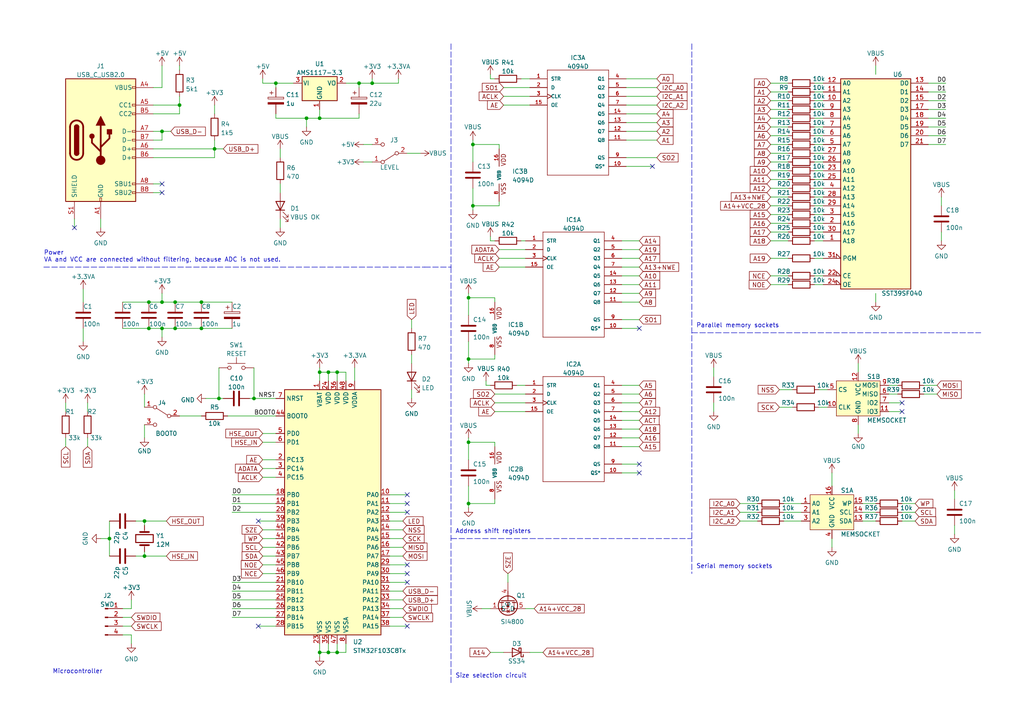
<source format=kicad_sch>
(kicad_sch (version 20211123) (generator eeschema)
  (paper "A4")
  (title_block (title "Memory dumper") (date "2022-10-15") (rev "0.1") (comment 1 "Made by HA5PLS"))
  (junction (at 135.89 128.27))
  (junction (at 73.66 115.57))
  (junction (at 58.42 87.63))
  (junction (at 80.01 24.13))
  (junction (at 92.71 107.95))
  (junction (at 107.95 24.13))
  (junction (at 41.91 151.13))
  (junction (at 137.16 59.69))
  (junction (at 50.8 87.63))
  (junction (at 95.25 107.95))
  (junction (at 135.89 146.05))
  (junction (at 137.16 41.91))
  (junction (at 46.99 38.1))
  (junction (at 46.99 95.25))
  (junction (at 58.42 95.25))
  (junction (at 95.25 189.23))
  (junction (at 92.71 189.23))
  (junction (at 46.99 87.63))
  (junction (at 43.18 95.25))
  (junction (at 63.5 115.57))
  (junction (at 135.89 86.36))
  (junction (at 43.18 87.63))
  (junction (at 97.79 189.23))
  (junction (at 92.71 34.29))
  (junction (at 135.89 104.14))
  (junction (at 50.8 95.25))
  (junction (at 97.79 107.95))
  (junction (at 62.23 43.18))
  (junction (at 88.9 34.29))
  (junction (at 31.75 156.21))
  (junction (at 104.14 24.13))
  (junction (at 52.07 30.48))
  (junction (at 41.91 161.29))
  (no_connect (at 21.59 66.04))
  (no_connect (at 46.99 55.88))
  (no_connect (at 46.99 53.34))
  (no_connect (at 185.42 134.62))
  (no_connect (at 261.62 116.84))
  (no_connect (at 261.62 119.38))
  (no_connect (at 185.42 95.25))
  (no_connect (at 185.42 137.16))
  (no_connect (at 189.23 48.26))
  (no_connect (at 74.93 181.61))
  (no_connect (at 74.93 151.13))
  (no_connect (at 118.11 168.91))
  (no_connect (at 118.11 181.61))
  (no_connect (at 118.11 163.83))
  (no_connect (at 118.11 166.37))
  (no_connect (at 118.11 143.51))
  (no_connect (at 118.11 146.05))
  (no_connect (at 118.11 148.59))
  (wire (pts (xy 66.04 120.65) (xy 80.01 120.65)))
  (wire (pts (xy 257.81 114.3) (xy 260.35 114.3)))
  (wire (pts (xy 223.52 29.21) (xy 228.6 29.21)))
  (wire (pts (xy 62.23 43.18) (xy 64.77 43.18)))
  (wire (pts (xy 142.24 69.85) (xy 143.51 69.85)))
  (wire (pts (xy 269.24 34.29) (xy 274.32 34.29)))
  (wire (pts (xy 223.52 74.93) (xy 228.6 74.93)))
  (wire (pts (xy 236.22 80.01) (xy 238.76 80.01)))
  (wire (pts (xy 223.52 41.91) (xy 228.6 41.91)))
  (wire (pts (xy 214.63 151.13) (xy 219.71 151.13)))
  (wire (pts (xy 41.91 151.13) (xy 48.26 151.13)))
  (wire (pts (xy 21.59 63.5) (xy 21.59 66.04)))
  (wire (pts (xy 223.52 59.69) (xy 228.6 59.69)))
  (wire (pts (xy 44.45 45.72) (xy 62.23 45.72)))
  (wire (pts (xy 44.45 25.4) (xy 46.99 25.4)))
  (wire (pts (xy 19.05 129.54) (xy 19.05 127)))
  (wire (pts (xy 31.75 156.21) (xy 29.21 156.21)))
  (wire (pts (xy 115.57 24.13) (xy 115.57 22.86)))
  (wire (pts (xy 67.31 176.53) (xy 80.01 176.53)))
  (wire (pts (xy 261.62 151.13) (xy 265.43 151.13)))
  (wire (pts (xy 104.14 33.02) (xy 104.14 34.29)))
  (wire (pts (xy 113.03 153.67) (xy 116.84 153.67)))
  (wire (pts (xy 63.5 115.57) (xy 64.77 115.57)))
  (wire (pts (xy 180.34 137.16) (xy 185.42 137.16)))
  (wire (pts (xy 50.8 95.25) (xy 58.42 95.25)))
  (wire (pts (xy 41.91 160.02) (xy 41.91 161.29)))
  (wire (pts (xy 273.05 57.15) (xy 273.05 59.69)))
  (wire (pts (xy 67.31 171.45) (xy 80.01 171.45)))
  (wire (pts (xy 92.71 186.69) (xy 92.71 189.23)))
  (wire (pts (xy 119.38 92.71) (xy 119.38 95.25)))
  (wire (pts (xy 113.03 156.21) (xy 116.84 156.21)))
  (wire (pts (xy 95.25 189.23) (xy 97.79 189.23)))
  (wire (pts (xy 180.34 111.76) (xy 185.42 111.76)))
  (wire (pts (xy 76.2 156.21) (xy 80.01 156.21)))
  (wire (pts (xy 236.22 59.69) (xy 238.76 59.69)))
  (wire (pts (xy 100.33 107.95) (xy 100.33 110.49)))
  (wire (pts (xy 181.61 38.1) (xy 190.5 38.1)))
  (wire (pts (xy 140.97 111.76) (xy 142.24 111.76)))
  (wire (pts (xy 76.2 24.13) (xy 80.01 24.13)))
  (wire (pts (xy 223.52 44.45) (xy 228.6 44.45)))
  (wire (pts (xy 250.19 151.13) (xy 254 151.13)))
  (wire (pts (xy 135.89 86.36) (xy 135.89 91.44)))
  (wire (pts (xy 25.4 129.54) (xy 25.4 127)))
  (wire (pts (xy 241.3 137.16) (xy 241.3 140.97)))
  (wire (pts (xy 62.23 43.18) (xy 62.23 45.72)))
  (wire (pts (xy 105.41 46.99) (xy 107.95 46.99)))
  (wire (pts (xy 254 19.05) (xy 254 21.59)))
  (wire (pts (xy 146.05 30.48) (xy 153.67 30.48)))
  (wire (pts (xy 113.03 146.05) (xy 118.11 146.05)))
  (wire (pts (xy 137.16 40.64) (xy 137.16 41.91)))
  (wire (pts (xy 236.22 74.93) (xy 238.76 74.93)))
  (wire (pts (xy 146.05 27.94) (xy 153.67 27.94)))
  (wire (pts (xy 135.89 104.14) (xy 135.89 105.41)))
  (wire (pts (xy 92.71 106.68) (xy 92.71 107.95)))
  (polyline (pts (xy 12.7 77.47) (xy 123.19 77.47)))
  (wire (pts (xy 207.01 116.84) (xy 207.01 119.38)))
  (wire (pts (xy 236.22 44.45) (xy 238.76 44.45)))
  (wire (pts (xy 116.84 151.13) (xy 113.03 151.13)))
  (wire (pts (xy 181.61 25.4) (xy 190.5 25.4)))
  (wire (pts (xy 41.91 123.19) (xy 41.91 127)))
  (wire (pts (xy 180.34 129.54) (xy 185.42 129.54)))
  (wire (pts (xy 144.78 72.39) (xy 152.4 72.39)))
  (wire (pts (xy 80.01 33.02) (xy 80.01 34.29)))
  (wire (pts (xy 25.4 119.38) (xy 25.4 116.84)))
  (wire (pts (xy 207.01 106.68) (xy 207.01 109.22)))
  (wire (pts (xy 119.38 113.03) (xy 119.38 115.57)))
  (wire (pts (xy 41.91 114.3) (xy 41.91 118.11)))
  (wire (pts (xy 74.93 151.13) (xy 80.01 151.13)))
  (wire (pts (xy 236.22 57.15) (xy 238.76 57.15)))
  (wire (pts (xy 44.45 38.1) (xy 46.99 38.1)))
  (wire (pts (xy 214.63 148.59) (xy 219.71 148.59)))
  (polyline (pts (xy 200.66 12.7) (xy 200.66 166.37)))
  (wire (pts (xy 248.92 123.19) (xy 248.92 125.73)))
  (wire (pts (xy 31.75 151.13) (xy 31.75 156.21)))
  (wire (pts (xy 76.2 158.75) (xy 80.01 158.75)))
  (wire (pts (xy 254 85.09) (xy 254 87.63)))
  (wire (pts (xy 38.1 184.15) (xy 38.1 186.69)))
  (wire (pts (xy 181.61 40.64) (xy 190.5 40.64)))
  (wire (pts (xy 237.49 113.03) (xy 240.03 113.03)))
  (wire (pts (xy 81.28 43.18) (xy 81.28 45.72)))
  (wire (pts (xy 76.2 166.37) (xy 80.01 166.37)))
  (wire (pts (xy 35.56 184.15) (xy 38.1 184.15)))
  (wire (pts (xy 50.8 87.63) (xy 58.42 87.63)))
  (wire (pts (xy 24.13 83.82) (xy 24.13 87.63)))
  (wire (pts (xy 267.97 111.76) (xy 271.78 111.76)))
  (wire (pts (xy 181.61 27.94) (xy 190.5 27.94)))
  (wire (pts (xy 143.51 128.27) (xy 135.89 128.27)))
  (wire (pts (xy 143.51 129.54) (xy 143.51 128.27)))
  (wire (pts (xy 144.78 41.91) (xy 137.16 41.91)))
  (wire (pts (xy 180.34 69.85) (xy 185.42 69.85)))
  (wire (pts (xy 85.09 24.13) (xy 80.01 24.13)))
  (wire (pts (xy 214.63 146.05) (xy 219.71 146.05)))
  (wire (pts (xy 226.06 118.11) (xy 229.87 118.11)))
  (wire (pts (xy 135.89 128.27) (xy 135.89 133.35)))
  (wire (pts (xy 237.49 118.11) (xy 240.03 118.11)))
  (wire (pts (xy 223.52 46.99) (xy 228.6 46.99)))
  (wire (pts (xy 46.99 95.25) (xy 46.99 97.79)))
  (wire (pts (xy 58.42 87.63) (xy 67.31 87.63)))
  (wire (pts (xy 102.87 106.68) (xy 102.87 110.49)))
  (wire (pts (xy 76.2 161.29) (xy 80.01 161.29)))
  (wire (pts (xy 104.14 24.13) (xy 107.95 24.13)))
  (wire (pts (xy 181.61 45.72) (xy 190.5 45.72)))
  (wire (pts (xy 67.31 148.59) (xy 80.01 148.59)))
  (wire (pts (xy 35.56 179.07) (xy 38.1 179.07)))
  (wire (pts (xy 223.52 62.23) (xy 228.6 62.23)))
  (wire (pts (xy 269.24 41.91) (xy 274.32 41.91)))
  (wire (pts (xy 248.92 105.41) (xy 248.92 107.95)))
  (wire (pts (xy 119.38 102.87) (xy 119.38 105.41)))
  (wire (pts (xy 35.56 95.25) (xy 43.18 95.25)))
  (wire (pts (xy 223.52 80.01) (xy 228.6 80.01)))
  (wire (pts (xy 95.25 107.95) (xy 95.25 110.49)))
  (wire (pts (xy 95.25 186.69) (xy 95.25 189.23)))
  (wire (pts (xy 52.07 19.05) (xy 52.07 20.32)))
  (wire (pts (xy 152.4 176.53) (xy 154.94 176.53)))
  (wire (pts (xy 144.78 77.47) (xy 152.4 77.47)))
  (wire (pts (xy 74.93 181.61) (xy 80.01 181.61)))
  (wire (pts (xy 223.52 34.29) (xy 228.6 34.29)))
  (wire (pts (xy 236.22 69.85) (xy 238.76 69.85)))
  (wire (pts (xy 113.03 173.99) (xy 116.84 173.99)))
  (wire (pts (xy 180.34 124.46) (xy 185.42 124.46)))
  (wire (pts (xy 180.34 72.39) (xy 185.42 72.39)))
  (wire (pts (xy 88.9 34.29) (xy 92.71 34.29)))
  (wire (pts (xy 143.51 87.63) (xy 143.51 86.36)))
  (wire (pts (xy 267.97 114.3) (xy 271.78 114.3)))
  (wire (pts (xy 113.03 143.51) (xy 118.11 143.51)))
  (wire (pts (xy 46.99 87.63) (xy 50.8 87.63)))
  (wire (pts (xy 180.34 119.38) (xy 185.42 119.38)))
  (wire (pts (xy 49.53 38.1) (xy 46.99 38.1)))
  (wire (pts (xy 223.52 24.13) (xy 228.6 24.13)))
  (wire (pts (xy 180.34 77.47) (xy 185.42 77.47)))
  (wire (pts (xy 261.62 148.59) (xy 265.43 148.59)))
  (wire (pts (xy 76.2 128.27) (xy 80.01 128.27)))
  (wire (pts (xy 100.33 186.69) (xy 100.33 189.23)))
  (wire (pts (xy 43.18 95.25) (xy 46.99 95.25)))
  (wire (pts (xy 107.95 24.13) (xy 115.57 24.13)))
  (wire (pts (xy 180.34 80.01) (xy 185.42 80.01)))
  (wire (pts (xy 92.71 190.5) (xy 92.71 189.23)))
  (wire (pts (xy 67.31 143.51) (xy 80.01 143.51)))
  (wire (pts (xy 236.22 62.23) (xy 238.76 62.23)))
  (wire (pts (xy 113.03 168.91) (xy 118.11 168.91)))
  (wire (pts (xy 223.52 31.75) (xy 228.6 31.75)))
  (wire (pts (xy 31.75 156.21) (xy 31.75 161.29)))
  (wire (pts (xy 73.66 115.57) (xy 80.01 115.57)))
  (wire (pts (xy 76.2 125.73) (xy 80.01 125.73)))
  (wire (pts (xy 269.24 26.67) (xy 274.32 26.67)))
  (wire (pts (xy 180.34 82.55) (xy 185.42 82.55)))
  (wire (pts (xy 143.51 86.36) (xy 135.89 86.36)))
  (wire (pts (xy 97.79 186.69) (xy 97.79 189.23)))
  (wire (pts (xy 180.34 121.92) (xy 185.42 121.92)))
  (wire (pts (xy 92.71 31.75) (xy 92.71 34.29)))
  (wire (pts (xy 149.86 111.76) (xy 152.4 111.76)))
  (wire (pts (xy 147.32 166.37) (xy 147.32 168.91)))
  (wire (pts (xy 135.89 85.09) (xy 135.89 86.36)))
  (wire (pts (xy 181.61 22.86) (xy 190.5 22.86)))
  (wire (pts (xy 29.21 63.5) (xy 29.21 66.04)))
  (wire (pts (xy 146.05 25.4) (xy 153.67 25.4)))
  (wire (pts (xy 63.5 106.68) (xy 63.5 115.57)))
  (wire (pts (xy 35.56 87.63) (xy 43.18 87.63)))
  (wire (pts (xy 58.42 95.25) (xy 67.31 95.25)))
  (wire (pts (xy 67.31 179.07) (xy 80.01 179.07)))
  (wire (pts (xy 223.52 69.85) (xy 228.6 69.85)))
  (wire (pts (xy 181.61 35.56) (xy 190.5 35.56)))
  (wire (pts (xy 100.33 189.23) (xy 97.79 189.23)))
  (wire (pts (xy 236.22 26.67) (xy 238.76 26.67)))
  (wire (pts (xy 137.16 41.91) (xy 137.16 46.99)))
  (polyline (pts (xy 200.66 96.52) (xy 284.48 96.52)))
  (wire (pts (xy 236.22 29.21) (xy 238.76 29.21)))
  (wire (pts (xy 81.28 63.5) (xy 81.28 66.04)))
  (wire (pts (xy 46.99 95.25) (xy 50.8 95.25)))
  (wire (pts (xy 44.45 55.88) (xy 46.99 55.88)))
  (wire (pts (xy 144.78 43.18) (xy 144.78 41.91)))
  (wire (pts (xy 273.05 67.31) (xy 273.05 69.85)))
  (wire (pts (xy 137.16 59.69) (xy 137.16 60.96)))
  (wire (pts (xy 67.31 168.91) (xy 80.01 168.91)))
  (wire (pts (xy 181.61 48.26) (xy 189.23 48.26)))
  (wire (pts (xy 180.34 114.3) (xy 185.42 114.3)))
  (wire (pts (xy 80.01 133.35) (xy 76.2 133.35)))
  (wire (pts (xy 107.95 22.86) (xy 107.95 24.13)))
  (wire (pts (xy 236.22 64.77) (xy 238.76 64.77)))
  (wire (pts (xy 181.61 33.02) (xy 190.5 33.02)))
  (wire (pts (xy 223.52 57.15) (xy 228.6 57.15)))
  (wire (pts (xy 236.22 34.29) (xy 238.76 34.29)))
  (wire (pts (xy 72.39 115.57) (xy 73.66 115.57)))
  (wire (pts (xy 97.79 107.95) (xy 97.79 110.49)))
  (wire (pts (xy 151.13 22.86) (xy 153.67 22.86)))
  (wire (pts (xy 153.67 189.23) (xy 157.48 189.23)))
  (wire (pts (xy 80.01 34.29) (xy 88.9 34.29)))
  (wire (pts (xy 44.45 53.34) (xy 46.99 53.34)))
  (wire (pts (xy 269.24 39.37) (xy 274.32 39.37)))
  (wire (pts (xy 223.52 26.67) (xy 228.6 26.67)))
  (wire (pts (xy 223.52 82.55) (xy 228.6 82.55)))
  (wire (pts (xy 236.22 52.07) (xy 238.76 52.07)))
  (wire (pts (xy 180.34 116.84) (xy 185.42 116.84)))
  (wire (pts (xy 236.22 24.13) (xy 238.76 24.13)))
  (wire (pts (xy 113.03 176.53) (xy 116.84 176.53)))
  (polyline (pts (xy 123.19 77.47) (xy 130.81 77.47)))
  (wire (pts (xy 257.81 116.84) (xy 261.62 116.84)))
  (wire (pts (xy 113.03 166.37) (xy 118.11 166.37)))
  (wire (pts (xy 76.2 138.43) (xy 80.01 138.43)))
  (polyline (pts (xy 130.81 12.7) (xy 130.81 77.47)))
  (wire (pts (xy 180.34 85.09) (xy 185.42 85.09)))
  (wire (pts (xy 62.23 30.48) (xy 62.23 33.02)))
  (wire (pts (xy 142.24 189.23) (xy 146.05 189.23)))
  (wire (pts (xy 143.51 119.38) (xy 152.4 119.38)))
  (wire (pts (xy 269.24 31.75) (xy 274.32 31.75)))
  (wire (pts (xy 223.52 52.07) (xy 228.6 52.07)))
  (wire (pts (xy 151.13 69.85) (xy 152.4 69.85)))
  (wire (pts (xy 180.34 95.25) (xy 185.42 95.25)))
  (wire (pts (xy 113.03 181.61) (xy 118.11 181.61)))
  (wire (pts (xy 59.69 115.57) (xy 63.5 115.57)))
  (wire (pts (xy 39.37 151.13) (xy 41.91 151.13)))
  (polyline (pts (xy 130.81 156.21) (xy 200.66 156.21)))
  (wire (pts (xy 92.71 34.29) (xy 104.14 34.29)))
  (wire (pts (xy 250.19 146.05) (xy 254 146.05)))
  (wire (pts (xy 143.51 144.78) (xy 143.51 146.05)))
  (wire (pts (xy 143.51 114.3) (xy 152.4 114.3)))
  (wire (pts (xy 257.81 119.38) (xy 261.62 119.38)))
  (wire (pts (xy 144.78 58.42) (xy 144.78 59.69)))
  (wire (pts (xy 236.22 36.83) (xy 238.76 36.83)))
  (wire (pts (xy 236.22 31.75) (xy 238.76 31.75)))
  (wire (pts (xy 19.05 119.38) (xy 19.05 116.84)))
  (wire (pts (xy 46.99 19.05) (xy 46.99 25.4)))
  (wire (pts (xy 241.3 156.21) (xy 241.3 158.75)))
  (wire (pts (xy 236.22 67.31) (xy 238.76 67.31)))
  (wire (pts (xy 24.13 95.25) (xy 24.13 99.06)))
  (wire (pts (xy 76.2 153.67) (xy 80.01 153.67)))
  (wire (pts (xy 261.62 146.05) (xy 265.43 146.05)))
  (wire (pts (xy 223.52 49.53) (xy 228.6 49.53)))
  (wire (pts (xy 43.18 87.63) (xy 46.99 87.63)))
  (wire (pts (xy 250.19 148.59) (xy 254 148.59)))
  (wire (pts (xy 143.51 102.87) (xy 143.51 104.14)))
  (wire (pts (xy 113.03 179.07) (xy 116.84 179.07)))
  (wire (pts (xy 135.89 99.06) (xy 135.89 104.14)))
  (wire (pts (xy 113.03 158.75) (xy 116.84 158.75)))
  (wire (pts (xy 142.24 68.58) (xy 142.24 69.85)))
  (wire (pts (xy 80.01 135.89) (xy 76.2 135.89)))
  (wire (pts (xy 52.07 33.02) (xy 52.07 30.48)))
  (wire (pts (xy 67.31 173.99) (xy 80.01 173.99)))
  (wire (pts (xy 142.24 22.86) (xy 143.51 22.86)))
  (wire (pts (xy 227.33 151.13) (xy 232.41 151.13)))
  (wire (pts (xy 41.91 161.29) (xy 39.37 161.29)))
  (wire (pts (xy 41.91 151.13) (xy 41.91 152.4)))
  (wire (pts (xy 236.22 54.61) (xy 238.76 54.61)))
  (wire (pts (xy 76.2 163.83) (xy 80.01 163.83)))
  (wire (pts (xy 67.31 146.05) (xy 80.01 146.05)))
  (wire (pts (xy 135.89 140.97) (xy 135.89 146.05)))
  (wire (pts (xy 113.03 161.29) (xy 116.84 161.29)))
  (wire (pts (xy 143.51 146.05) (xy 135.89 146.05)))
  (wire (pts (xy 95.25 107.95) (xy 97.79 107.95)))
  (wire (pts (xy 76.2 22.86) (xy 76.2 24.13)))
  (wire (pts (xy 181.61 30.48) (xy 190.5 30.48)))
  (wire (pts (xy 139.7 176.53) (xy 142.24 176.53)))
  (wire (pts (xy 236.22 82.55) (xy 238.76 82.55)))
  (wire (pts (xy 135.89 146.05) (xy 135.89 147.32)))
  (wire (pts (xy 180.34 87.63) (xy 185.42 87.63)))
  (wire (pts (xy 38.1 176.53) (xy 38.1 173.99)))
  (polyline (pts (xy 130.81 77.47) (xy 130.81 198.12)))
  (wire (pts (xy 140.97 110.49) (xy 140.97 111.76)))
  (wire (pts (xy 81.28 53.34) (xy 81.28 55.88)))
  (wire (pts (xy 113.03 171.45) (xy 116.84 171.45)))
  (wire (pts (xy 113.03 163.83) (xy 118.11 163.83)))
  (wire (pts (xy 52.07 27.94) (xy 52.07 30.48)))
  (wire (pts (xy 137.16 54.61) (xy 137.16 59.69)))
  (wire (pts (xy 46.99 38.1) (xy 46.99 40.64)))
  (wire (pts (xy 276.86 152.4) (xy 276.86 154.94)))
  (wire (pts (xy 269.24 36.83) (xy 274.32 36.83)))
  (wire (pts (xy 223.52 64.77) (xy 228.6 64.77)))
  (wire (pts (xy 62.23 40.64) (xy 62.23 43.18)))
  (wire (pts (xy 223.52 39.37) (xy 228.6 39.37)))
  (wire (pts (xy 236.22 49.53) (xy 238.76 49.53)))
  (wire (pts (xy 236.22 46.99) (xy 238.76 46.99)))
  (wire (pts (xy 41.91 161.29) (xy 48.26 161.29)))
  (wire (pts (xy 46.99 85.09) (xy 46.99 87.63)))
  (wire (pts (xy 135.89 127) (xy 135.89 128.27)))
  (wire (pts (xy 44.45 43.18) (xy 62.23 43.18)))
  (wire (pts (xy 88.9 34.29) (xy 88.9 36.83)))
  (wire (pts (xy 257.81 111.76) (xy 260.35 111.76)))
  (wire (pts (xy 92.71 189.23) (xy 95.25 189.23)))
  (wire (pts (xy 52.07 120.65) (xy 58.42 120.65)))
  (wire (pts (xy 73.66 115.57) (xy 73.66 106.68)))
  (wire (pts (xy 144.78 74.93) (xy 152.4 74.93)))
  (wire (pts (xy 180.34 74.93) (xy 185.42 74.93)))
  (wire (pts (xy 104.14 24.13) (xy 104.14 25.4)))
  (wire (pts (xy 143.51 104.14) (xy 135.89 104.14)))
  (wire (pts (xy 223.52 36.83) (xy 228.6 36.83)))
  (wire (pts (xy 276.86 142.24) (xy 276.86 144.78)))
  (wire (pts (xy 35.56 181.61) (xy 38.1 181.61)))
  (wire (pts (xy 227.33 146.05) (xy 232.41 146.05)))
  (wire (pts (xy 44.45 40.64) (xy 46.99 40.64)))
  (wire (pts (xy 236.22 41.91) (xy 238.76 41.91)))
  (wire (pts (xy 44.45 33.02) (xy 52.07 33.02)))
  (wire (pts (xy 80.01 24.13) (xy 80.01 25.4)))
  (wire (pts (xy 142.24 21.59) (xy 142.24 22.86)))
  (wire (pts (xy 236.22 39.37) (xy 238.76 39.37)))
  (wire (pts (xy 100.33 24.13) (xy 104.14 24.13)))
  (wire (pts (xy 92.71 107.95) (xy 95.25 107.95)))
  (wire (pts (xy 143.51 116.84) (xy 152.4 116.84)))
  (wire (pts (xy 226.06 113.03) (xy 229.87 113.03)))
  (wire (pts (xy 137.16 59.69) (xy 144.78 59.69)))
  (wire (pts (xy 223.52 54.61) (xy 228.6 54.61)))
  (wire (pts (xy 180.34 134.62) (xy 185.42 134.62)))
  (wire (pts (xy 92.71 107.95) (xy 92.71 110.49)))
  (wire (pts (xy 97.79 107.95) (xy 100.33 107.95)))
  (wire (pts (xy 44.45 30.48) (xy 52.07 30.48)))
  (wire (pts (xy 269.24 29.21) (xy 274.32 29.21)))
  (wire (pts (xy 269.24 24.13) (xy 274.32 24.13)))
  (wire (pts (xy 113.03 148.59) (xy 118.11 148.59)))
  (wire (pts (xy 180.34 127) (xy 185.42 127)))
  (wire (pts (xy 227.33 148.59) (xy 232.41 148.59)))
  (wire (pts (xy 180.34 92.71) (xy 185.42 92.71)))
  (wire (pts (xy 105.41 41.91) (xy 107.95 41.91)))
  (wire (pts (xy 35.56 176.53) (xy 38.1 176.53)))
  (wire (pts (xy 223.52 67.31) (xy 228.6 67.31)))
  (wire (pts (xy 118.11 44.45) (xy 121.92 44.45)))
  (text "Address shift registers\n" (at 132.08 154.94 0) (effects (font (size 1.27 1.27)) (justify left bottom)))
  (text "Size selection circuit\n" (at 132.08 196.85 0) (effects (font (size 1.27 1.27)) (justify left bottom)))
  (text "Power\nVA and VCC are connected without filtering, because ADC is not used." (at 12.7 76.2 0) (effects (font (size 1.27 1.27)) (justify left bottom)))
  (text "Microcontroller" (at 15.24 195.58 0) (effects (font (size 1.27 1.27)) (justify left bottom)))
  (text "Serial memory sockets\n" (at 201.93 165.1 0) (effects (font (size 1.27 1.27)) (justify left bottom)))
  (text "Parallel memory sockets\n" (at 201.93 95.25 0) (effects (font (size 1.27 1.27)) (justify left bottom)))
  (label "D5" (at 271.78 36.83 0))
  (label "D4" (at 67.31 171.45 0))
  (label "D7" (at 271.78 41.91 0))
  (label "D2" (at 67.31 148.59 0))
  (label "D3" (at 67.31 168.91 0))
  (label "D0" (at 67.31 143.51 0))
  (label "D0" (at 271.78 24.13 0))
  (label "D6" (at 271.78 39.37 0))
  (label "BOOT0" (at 73.66 120.65 0))
  (label "D7" (at 67.31 179.07 0))
  (label "D6" (at 67.31 176.53 0))
  (label "D5" (at 67.31 173.99 0))
  (label "NRST" (at 74.93 115.57 0))
  (label "D2" (at 271.78 29.21 0))
  (label "D1" (at 271.78 26.67 0))
  (label "D4" (at 271.78 34.29 0))
  (label "D3" (at 271.78 31.75 0))
  (label "D1" (at 67.31 146.05 0))
  (global_label "HSE_OUT" (shape input) (at 48.26 151.13 0) (property "Intersheet References" "${INTERSHEET_REFS}" (effects hide)))
  (global_label "USB_D-" (shape input) (at 49.53 38.1 0) (property "Intersheet References" "${INTERSHEET_REFS}" (effects hide)))
  (global_label "SO2" (shape input) (at 190.5 45.72 0) (property "Intersheet References" "${INTERSHEET_REFS}" (effects hide)))
  (global_label "A0" (shape input) (at 223.52 24.13 180) (property "Intersheet References" "${INTERSHEET_REFS}" (effects hide)))
  (global_label "A16" (shape input) (at 223.52 64.77 180) (property "Intersheet References" "${INTERSHEET_REFS}" (effects hide)))
  (global_label "A6" (shape input) (at 223.52 39.37 180) (property "Intersheet References" "${INTERSHEET_REFS}" (effects hide)))
  (global_label "A15" (shape input) (at 185.42 129.54 0) (property "Intersheet References" "${INTERSHEET_REFS}" (effects hide)))
  (global_label "A18" (shape input) (at 223.52 69.85 180) (property "Intersheet References" "${INTERSHEET_REFS}" (effects hide)))
  (global_label "A1" (shape input) (at 190.5 40.64 0) (property "Intersheet References" "${INTERSHEET_REFS}" (effects hide)))
  (global_label "A3" (shape input) (at 223.52 31.75 180) (property "Intersheet References" "${INTERSHEET_REFS}" (effects hide)))
  (global_label "USB_D-" (shape input) (at 116.84 171.45 0) (property "Intersheet References" "${INTERSHEET_REFS}" (effects hide)))
  (global_label "MOSI" (shape input) (at 271.78 111.76 0) (property "Intersheet References" "${INTERSHEET_REFS}" (effects hide)))
  (global_label "SO2" (shape input) (at 143.51 114.3 180) (property "Intersheet References" "${INTERSHEET_REFS}" (effects hide)))
  (global_label "I2C_A0" (shape input) (at 214.63 146.05 180) (property "Intersheet References" "${INTERSHEET_REFS}" (effects hide)))
  (global_label "A10" (shape input) (at 223.52 49.53 180) (property "Intersheet References" "${INTERSHEET_REFS}" (effects hide)))
  (global_label "USB_D+" (shape input) (at 64.77 43.18 0) (property "Intersheet References" "${INTERSHEET_REFS}" (effects hide)))
  (global_label "HSE_IN" (shape input) (at 76.2 128.27 180) (property "Intersheet References" "${INTERSHEET_REFS}" (effects hide)))
  (global_label "A12" (shape input) (at 223.52 54.61 180) (property "Intersheet References" "${INTERSHEET_REFS}" (effects hide)))
  (global_label "AE" (shape input) (at 146.05 30.48 180) (property "Intersheet References" "${INTERSHEET_REFS}" (effects hide)))
  (global_label "ACLK" (shape input) (at 144.78 74.93 180) (property "Intersheet References" "${INTERSHEET_REFS}" (effects hide)))
  (global_label "A10" (shape input) (at 185.42 80.01 0) (property "Intersheet References" "${INTERSHEET_REFS}" (effects hide)))
  (global_label "A14+VCC_28" (shape input) (at 154.94 176.53 0) (property "Intersheet References" "${INTERSHEET_REFS}" (effects hide)))
  (global_label "SO1" (shape input) (at 185.42 92.71 0) (property "Intersheet References" "${INTERSHEET_REFS}" (effects hide)))
  (global_label "A14+VCC_28" (shape input) (at 157.48 189.23 0) (property "Intersheet References" "${INTERSHEET_REFS}" (effects hide)))
  (global_label "A13+NWE" (shape input) (at 185.42 77.47 0) (property "Intersheet References" "${INTERSHEET_REFS}" (effects hide)))
  (global_label "HSE_IN" (shape input) (at 48.26 161.29 0) (property "Intersheet References" "${INTERSHEET_REFS}" (effects hide)))
  (global_label "A7" (shape input) (at 223.52 41.91 180) (property "Intersheet References" "${INTERSHEET_REFS}" (effects hide)))
  (global_label "SCK" (shape input) (at 226.06 118.11 180) (property "Intersheet References" "${INTERSHEET_REFS}" (effects hide)))
  (global_label "SCL" (shape input) (at 265.43 148.59 0) (property "Intersheet References" "${INTERSHEET_REFS}" (effects hide)))
  (global_label "NCE" (shape input) (at 223.52 80.01 180) (property "Intersheet References" "${INTERSHEET_REFS}" (effects hide)))
  (global_label "SWCLK" (shape input) (at 116.84 179.07 0) (property "Intersheet References" "${INTERSHEET_REFS}" (effects hide)))
  (global_label "NOE" (shape input) (at 223.52 82.55 180) (property "Intersheet References" "${INTERSHEET_REFS}" (effects hide)))
  (global_label "I2C_A2" (shape input) (at 190.5 30.48 0) (property "Intersheet References" "${INTERSHEET_REFS}" (effects hide)))
  (global_label "ADATA" (shape input) (at 76.2 135.89 180) (property "Intersheet References" "${INTERSHEET_REFS}" (effects hide)))
  (global_label "A14+VCC_28" (shape input) (at 223.52 59.69 180) (property "Intersheet References" "${INTERSHEET_REFS}" (effects hide)))
  (global_label "A19" (shape input) (at 223.52 74.93 180) (property "Intersheet References" "${INTERSHEET_REFS}" (effects hide)))
  (global_label "LED" (shape input) (at 119.38 92.71 90) (property "Intersheet References" "${INTERSHEET_REFS}" (effects hide)))
  (global_label "ACLK" (shape input) (at 146.05 27.94 180) (property "Intersheet References" "${INTERSHEET_REFS}" (effects hide)))
  (global_label "NCE" (shape input) (at 76.2 166.37 180) (property "Intersheet References" "${INTERSHEET_REFS}" (effects hide)))
  (global_label "LED" (shape input) (at 116.84 151.13 0) (property "Intersheet References" "${INTERSHEET_REFS}" (effects hide)))
  (global_label "I2C_A0" (shape input) (at 190.5 25.4 0) (property "Intersheet References" "${INTERSHEET_REFS}" (effects hide)))
  (global_label "HSE_OUT" (shape input) (at 76.2 125.73 180) (property "Intersheet References" "${INTERSHEET_REFS}" (effects hide)))
  (global_label "A5" (shape input) (at 223.52 36.83 180) (property "Intersheet References" "${INTERSHEET_REFS}" (effects hide)))
  (global_label "USB_D+" (shape input) (at 116.84 173.99 0) (property "Intersheet References" "${INTERSHEET_REFS}" (effects hide)))
  (global_label "ADATA" (shape input) (at 144.78 72.39 180) (property "Intersheet References" "${INTERSHEET_REFS}" (effects hide)))
  (global_label "A14" (shape input) (at 142.24 189.23 180) (property "Intersheet References" "${INTERSHEET_REFS}" (effects hide)))
  (global_label "AE" (shape input) (at 144.78 77.47 180) (property "Intersheet References" "${INTERSHEET_REFS}" (effects hide)))
  (global_label "A17" (shape input) (at 223.52 67.31 180) (property "Intersheet References" "${INTERSHEET_REFS}" (effects hide)))
  (global_label "SCL" (shape input) (at 76.2 158.75 180) (property "Intersheet References" "${INTERSHEET_REFS}" (effects hide)))
  (global_label "I2C_A2" (shape input) (at 214.63 151.13 180) (property "Intersheet References" "${INTERSHEET_REFS}" (effects hide)))
  (global_label "ACLK" (shape input) (at 76.2 138.43 180) (property "Intersheet References" "${INTERSHEET_REFS}" (effects hide)))
  (global_label "A9" (shape input) (at 185.42 85.09 0) (property "Intersheet References" "${INTERSHEET_REFS}" (effects hide)))
  (global_label "A1" (shape input) (at 223.52 26.67 180) (property "Intersheet References" "${INTERSHEET_REFS}" (effects hide)))
  (global_label "SWDIO" (shape input) (at 38.1 179.07 0) (property "Intersheet References" "${INTERSHEET_REFS}" (effects hide)))
  (global_label "A0" (shape input) (at 190.5 22.86 0) (property "Intersheet References" "${INTERSHEET_REFS}" (effects hide)))
  (global_label "A3" (shape input) (at 190.5 35.56 0) (property "Intersheet References" "${INTERSHEET_REFS}" (effects hide)))
  (global_label "NSS" (shape input) (at 226.06 113.03 180) (property "Intersheet References" "${INTERSHEET_REFS}" (effects hide)))
  (global_label "SZE" (shape input) (at 76.2 153.67 180) (property "Intersheet References" "${INTERSHEET_REFS}" (effects hide)))
  (global_label "AE" (shape input) (at 143.51 119.38 180) (property "Intersheet References" "${INTERSHEET_REFS}" (effects hide)))
  (global_label "A9" (shape input) (at 223.52 46.99 180) (property "Intersheet References" "${INTERSHEET_REFS}" (effects hide)))
  (global_label "A5" (shape input) (at 185.42 111.76 0) (property "Intersheet References" "${INTERSHEET_REFS}" (effects hide)))
  (global_label "A2" (shape input) (at 190.5 38.1 0) (property "Intersheet References" "${INTERSHEET_REFS}" (effects hide)))
  (global_label "A18" (shape input) (at 185.42 124.46 0) (property "Intersheet References" "${INTERSHEET_REFS}" (effects hide)))
  (global_label "SO1" (shape input) (at 146.05 25.4 180) (property "Intersheet References" "${INTERSHEET_REFS}" (effects hide)))
  (global_label "MISO" (shape input) (at 271.78 114.3 0) (property "Intersheet References" "${INTERSHEET_REFS}" (effects hide)))
  (global_label "SWCLK" (shape input) (at 38.1 181.61 0) (property "Intersheet References" "${INTERSHEET_REFS}" (effects hide)))
  (global_label "A8" (shape input) (at 185.42 87.63 0) (property "Intersheet References" "${INTERSHEET_REFS}" (effects hide)))
  (global_label "SDA" (shape input) (at 265.43 151.13 0) (property "Intersheet References" "${INTERSHEET_REFS}" (effects hide)))
  (global_label "MISO" (shape input) (at 116.84 158.75 0) (property "Intersheet References" "${INTERSHEET_REFS}" (effects hide)))
  (global_label "WP" (shape input) (at 76.2 156.21 180) (property "Intersheet References" "${INTERSHEET_REFS}" (effects hide)))
  (global_label "A12" (shape input) (at 185.42 119.38 0) (property "Intersheet References" "${INTERSHEET_REFS}" (effects hide)))
  (global_label "A11" (shape input) (at 223.52 52.07 180) (property "Intersheet References" "${INTERSHEET_REFS}" (effects hide)))
  (global_label "I2C_A1" (shape input) (at 190.5 27.94 0) (property "Intersheet References" "${INTERSHEET_REFS}" (effects hide)))
  (global_label "SCL" (shape input) (at 19.05 129.54 270) (property "Intersheet References" "${INTERSHEET_REFS}" (effects hide)))
  (global_label "SZE" (shape input) (at 147.32 166.37 90) (property "Intersheet References" "${INTERSHEET_REFS}" (effects hide)))
  (global_label "MOSI" (shape input) (at 116.84 161.29 0) (property "Intersheet References" "${INTERSHEET_REFS}" (effects hide)))
  (global_label "A6" (shape input) (at 185.42 114.3 0) (property "Intersheet References" "${INTERSHEET_REFS}" (effects hide)))
  (global_label "SWDIO" (shape input) (at 116.84 176.53 0) (property "Intersheet References" "${INTERSHEET_REFS}" (effects hide)))
  (global_label "A4" (shape input) (at 223.52 34.29 180) (property "Intersheet References" "${INTERSHEET_REFS}" (effects hide)))
  (global_label "A11" (shape input) (at 185.42 82.55 0) (property "Intersheet References" "${INTERSHEET_REFS}" (effects hide)))
  (global_label "A14" (shape input) (at 185.42 69.85 0) (property "Intersheet References" "${INTERSHEET_REFS}" (effects hide)))
  (global_label "ACLK" (shape input) (at 143.51 116.84 180) (property "Intersheet References" "${INTERSHEET_REFS}" (effects hide)))
  (global_label "A17" (shape input) (at 185.42 74.93 0) (property "Intersheet References" "${INTERSHEET_REFS}" (effects hide)))
  (global_label "I2C_A1" (shape input) (at 214.63 148.59 180) (property "Intersheet References" "${INTERSHEET_REFS}" (effects hide)))
  (global_label "A16" (shape input) (at 185.42 127 0) (property "Intersheet References" "${INTERSHEET_REFS}" (effects hide)))
  (global_label "SDA" (shape input) (at 76.2 161.29 180) (property "Intersheet References" "${INTERSHEET_REFS}" (effects hide)))
  (global_label "NSS" (shape input) (at 116.84 153.67 0) (property "Intersheet References" "${INTERSHEET_REFS}" (effects hide)))
  (global_label "A2" (shape input) (at 223.52 29.21 180) (property "Intersheet References" "${INTERSHEET_REFS}" (effects hide)))
  (global_label "WP" (shape input) (at 265.43 146.05 0) (property "Intersheet References" "${INTERSHEET_REFS}" (effects hide)))
  (global_label "NOE" (shape input) (at 76.2 163.83 180) (property "Intersheet References" "${INTERSHEET_REFS}" (effects hide)))
  (global_label "A13+NWE" (shape input) (at 223.52 57.15 180) (property "Intersheet References" "${INTERSHEET_REFS}" (effects hide)))
  (global_label "SDA" (shape input) (at 25.4 129.54 270) (property "Intersheet References" "${INTERSHEET_REFS}" (effects hide)))
  (global_label "A19" (shape input) (at 185.42 72.39 0) (property "Intersheet References" "${INTERSHEET_REFS}" (effects hide)))
  (global_label "SCK" (shape input) (at 116.84 156.21 0) (property "Intersheet References" "${INTERSHEET_REFS}" (effects hide)))
  (global_label "AE" (shape input) (at 76.2 133.35 180) (property "Intersheet References" "${INTERSHEET_REFS}" (effects hide)))
  (global_label "A8" (shape input) (at 223.52 44.45 180) (property "Intersheet References" "${INTERSHEET_REFS}" (effects hide)))
  (global_label "ACT" (shape input) (at 185.42 121.92 0) (property "Intersheet References" "${INTERSHEET_REFS}" (effects hide)))
  (global_label "A7" (shape input) (at 185.42 116.84 0) (property "Intersheet References" "${INTERSHEET_REFS}" (effects hide)))
  (global_label "A4" (shape input) (at 190.5 33.02 0) (property "Intersheet References" "${INTERSHEET_REFS}" (effects hide)))
  (global_label "A15" (shape input) (at 223.52 62.23 180) (property "Intersheet References" "${INTERSHEET_REFS}" (effects hide)))
  (symbol (lib_id "Device:R") (at 147.32 22.86 90) (unit 1)
    (property "Reference" "R41" (at 147.32 18.1442 90))
    (property "Value" "10k" (at 147.32 20.6811 90))
    (property "Footprint" "Resistor_SMD:R_0805_2012Metric_Pad1.20x1.40mm_HandSolder" (effects hide))
  )
  (symbol (lib_id "Device:C_Polarized") (at 67.31 91.44 0) (unit 1)
    (property "Reference" "C2" (at 67.31 88.9 0) (effects (justify left)))
    (property "Value" "1u" (at 67.31 93.98 0) (effects (justify left)))
    (property "Footprint" "Capacitor_SMD:CP_Elec_4x4.5" (effects hide))
  )
  (symbol (lib_id "Device:R") (at 232.41 52.07 90) (unit 1)
    (property "Reference" "R19" (at 227.33 50.8 90))
    (property "Value" "10k" (at 237.49 50.8 90))
    (property "Footprint" "Resistor_SMD:R_0805_2012Metric_Pad1.20x1.40mm_HandSolder" (effects hide))
  )
  (symbol (lib_id "power:VBUS") (at 248.92 105.41 0) (unit 1)
    (property "Reference" "#PWR055" (effects hide))
    (property "Value" "VBUS" (at 248.92 101.8342 0))
  )
  (symbol (lib_id "Device:Crystal") (at 41.91 156.21 270) (unit 1)
    (property "Reference" "Y1" (at 45.2374 155.3753 90) (effects (justify left)))
    (property "Value" "12M" (at 45.2374 157.9122 90) (effects (justify left)))
    (property "Footprint" "Crystal:Crystal_HC18-U_Vertical" (effects hide))
  )
  (symbol (lib_id "power:VBUS") (at 121.92 44.45 270) (unit 1)
    (property "Reference" "#PWR029" (effects hide))
    (property "Value" "VBUS" (at 124.46 44.45 90) (effects (justify left)))
  )
  (symbol (lib_id "memdump:SI4800") (at 147.32 176.53 270) (unit 1)
    (property "Reference" "Q1" (at 151.13 172.72 90))
    (property "Value" "SI4800" (at 148.59 180.34 90))
    (property "Footprint" "Package_SO:SO-8_3.9x4.9mm_P1.27mm" (effects hide))
  )
  (symbol (lib_id "power:+5V") (at 46.99 19.05 0) (unit 1)
    (property "Reference" "#PWR011" (effects hide))
    (property "Value" "+5V" (at 46.99 15.4742 0))
  )
  (symbol (lib_id "Device:R") (at 232.41 54.61 90) (unit 1)
    (property "Reference" "R20" (at 227.33 53.34 90))
    (property "Value" "10k" (at 237.49 53.34 90))
    (property "Footprint" "Resistor_SMD:R_0805_2012Metric_Pad1.20x1.40mm_HandSolder" (effects hide))
  )
  (symbol (lib_id "power:+3.3V") (at 46.99 85.09 0) (unit 1)
    (property "Reference" "#PWR012" (effects hide))
    (property "Value" "+3.3V" (at 46.99 81.5142 0))
  )
  (symbol (lib_id "Device:R") (at 232.41 59.69 90) (unit 1)
    (property "Reference" "R22" (at 227.33 58.42 90))
    (property "Value" "10k" (at 237.49 58.42 90))
    (property "Footprint" "Resistor_SMD:R_0805_2012Metric_Pad1.20x1.40mm_HandSolder" (effects hide))
  )
  (symbol (lib_id "Device:R") (at 257.81 151.13 90) (unit 1)
    (property "Reference" "R37" (at 252.73 149.86 90))
    (property "Value" "10k" (at 262.89 149.86 90))
    (property "Footprint" "Resistor_SMD:R_0805_2012Metric_Pad1.20x1.40mm_HandSolder" (effects hide))
  )
  (symbol (lib_id "Device:R") (at 264.16 114.3 90) (unit 1)
    (property "Reference" "R39" (at 259.08 113.03 90))
    (property "Value" "10k" (at 269.24 113.03 90))
    (property "Footprint" "Resistor_SMD:R_0805_2012Metric_Pad1.20x1.40mm_HandSolder" (effects hide))
  )
  (symbol (lib_id "Device:R") (at 232.41 46.99 90) (unit 1)
    (property "Reference" "R17" (at 227.33 45.72 90))
    (property "Value" "10k" (at 237.49 45.72 90))
    (property "Footprint" "Resistor_SMD:R_0805_2012Metric_Pad1.20x1.40mm_HandSolder" (effects hide))
  )
  (symbol (lib_id "power:GND") (at 29.21 66.04 0) (unit 1)
    (property "Reference" "#PWR05" (effects hide))
    (property "Value" "GND" (at 29.21 70.4834 0))
  )
  (symbol (lib_id "Device:R") (at 232.41 67.31 90) (unit 1)
    (property "Reference" "R25" (at 227.33 66.04 90))
    (property "Value" "10k" (at 237.49 66.04 90))
    (property "Footprint" "Resistor_SMD:R_0805_2012Metric_Pad1.20x1.40mm_HandSolder" (effects hide))
  )
  (symbol (lib_id "Device:R") (at 62.23 120.65 270) (mirror x) (unit 1)
    (property "Reference" "R5" (at 62.23 118.11 90))
    (property "Value" "10k" (at 62.23 122.8289 90))
    (property "Footprint" "Resistor_SMD:R_0805_2012Metric_Pad1.20x1.40mm_HandSolder" (effects hide))
  )
  (symbol (lib_id "Device:R") (at 257.81 146.05 90) (unit 1)
    (property "Reference" "R35" (at 252.73 144.78 90))
    (property "Value" "10k" (at 262.89 144.78 90))
    (property "Footprint" "Resistor_SMD:R_0805_2012Metric_Pad1.20x1.40mm_HandSolder" (effects hide))
  )
  (symbol (lib_id "Device:C") (at 35.56 161.29 90) (unit 1)
    (property "Reference" "C5" (at 36.3947 164.211 0) (effects (justify right)))
    (property "Value" "22p" (at 33.8578 164.211 0) (effects (justify right)))
    (property "Footprint" "Capacitor_SMD:C_0805_2012Metric_Pad1.18x1.45mm_HandSolder" (effects hide))
  )
  (symbol (lib_id "power:GND") (at 119.38 115.57 0) (unit 1)
    (property "Reference" "#PWR028" (effects hide))
    (property "Value" "GND" (at 119.38 120.0134 0))
  )
  (symbol (lib_id "power:VBUS") (at 273.05 57.15 0) (unit 1)
    (property "Reference" "#PWR059" (effects hide))
    (property "Value" "VBUS" (at 273.05 53.5742 0))
  )
  (symbol (lib_id "Device:C") (at 135.89 95.25 0) (unit 1)
    (property "Reference" "C14" (at 137.16 92.71 0) (effects (justify left)))
    (property "Value" "100n" (at 137.16 97.79 0) (effects (justify left)))
    (property "Footprint" "Capacitor_SMD:C_0805_2012Metric_Pad1.18x1.45mm_HandSolder" (effects hide))
  )
  (symbol (lib_id "40xx:4094D") (at 167.64 82.55 0) (unit 1)
    (property "Reference" "IC1" (at 166.37 63.7372 0))
    (property "Value" "4094D" (at 166.37 66.2741 0))
    (property "Footprint" "Package_SO:SOIC-16_3.9x9.9mm_P1.27mm" (effects hide))
  )
  (symbol (lib_id "Device:R") (at 25.4 123.19 180) (unit 1)
    (property "Reference" "R2" (at 26.67 119.38 0))
    (property "Value" "33k" (at 27.94 127 0))
    (property "Footprint" "Resistor_SMD:R_0805_2012Metric_Pad1.20x1.40mm_HandSolder" (effects hide))
  )
  (symbol (lib_name "MEMSOCKET_1") (lib_id "memdump:MEMSOCKET") (at 248.92 115.57 0) (unit 2)
    (property "Reference" "S1" (at 251.46 109.22 0) (effects (justify left)))
    (property "Value" "MEMSOCKET" (at 251.46 121.92 0) (effects (justify left)))
    (property "Footprint" "Socket:DIP_Socket-16_W4.3_W5.08_W7.62_W10.16_W10.9_3M_216-3340-00-0602J" (effects hide))
  )
  (symbol (lib_id "power:GND") (at 135.89 105.41 0) (unit 1)
    (property "Reference" "#PWR034" (effects hide))
    (property "Value" "GND" (at 135.89 109.8534 0))
  )
  (symbol (lib_id "Connector:Conn_01x04_Male") (at 30.48 179.07 0) (unit 1)
    (property "Reference" "J2" (at 31.115 172.754 0))
    (property "Value" "SWD" (at 31.115 175.2909 0))
    (property "Footprint" "Connector_PinHeader_2.54mm:PinHeader_1x04_P2.54mm_Vertical" (effects hide))
  )
  (symbol (lib_id "Device:C") (at 58.42 91.44 0) (unit 1)
    (property "Reference" "C8" (at 58.42 88.9 0) (effects (justify left)))
    (property "Value" "100n" (at 58.42 93.98 0) (effects (justify left)))
    (property "Footprint" "Capacitor_SMD:C_0805_2012Metric_Pad1.18x1.45mm_HandSolder" (effects hide))
  )
  (symbol (lib_id "power:GND") (at 59.69 115.57 270) (unit 1)
    (property "Reference" "#PWR015" (effects hide))
    (property "Value" "GND" (at 56.5151 116.0038 90) (effects (justify right)))
  )
  (symbol (lib_id "power:VBUS") (at 142.24 21.59 0) (unit 1)
    (property "Reference" "#PWR0101" (effects hide))
    (property "Value" "VBUS" (at 142.24 18.0142 0))
  )
  (symbol (lib_id "Device:LED") (at 119.38 109.22 90) (unit 1)
    (property "Reference" "D2" (at 122.301 109.9728 90) (effects (justify right)))
    (property "Value" "LED" (at 122.301 112.5097 90) (effects (justify right)))
    (property "Footprint" "LED_SMD:LED_0805_2012Metric_Pad1.15x1.40mm_HandSolder" (effects hide))
  )
  (symbol (lib_id "Device:R") (at 223.52 146.05 90) (unit 1)
    (property "Reference" "R30" (at 218.44 144.78 90))
    (property "Value" "10k" (at 228.6 144.78 90))
    (property "Footprint" "Resistor_SMD:R_0805_2012Metric_Pad1.20x1.40mm_HandSolder" (effects hide))
  )
  (symbol (lib_id "Device:R") (at 232.41 69.85 90) (unit 1)
    (property "Reference" "R26" (at 227.33 68.58 90))
    (property "Value" "10k" (at 237.49 68.58 90))
    (property "Footprint" "Resistor_SMD:R_0805_2012Metric_Pad1.20x1.40mm_HandSolder" (effects hide))
  )
  (symbol (lib_id "Device:R") (at 233.68 113.03 90) (unit 1)
    (property "Reference" "R33" (at 228.6 111.76 90))
    (property "Value" "10k" (at 238.76 111.76 90))
    (property "Footprint" "Resistor_SMD:R_0805_2012Metric_Pad1.20x1.40mm_HandSolder" (effects hide))
  )
  (symbol (lib_id "Device:C") (at 50.8 91.44 0) (unit 1)
    (property "Reference" "C7" (at 50.8 88.9 0) (effects (justify left)))
    (property "Value" "100n" (at 50.8 93.98 0) (effects (justify left)))
    (property "Footprint" "Capacitor_SMD:C_0805_2012Metric_Pad1.18x1.45mm_HandSolder" (effects hide))
  )
  (symbol (lib_id "power:+3.3V") (at 107.95 22.86 0) (unit 1)
    (property "Reference" "#PWR026" (effects hide))
    (property "Value" "+3.3V" (at 107.95 19.2842 0))
  )
  (symbol (lib_id "Device:R") (at 223.52 151.13 90) (unit 1)
    (property "Reference" "R32" (at 218.44 149.86 90))
    (property "Value" "10k" (at 228.6 149.86 90))
    (property "Footprint" "Resistor_SMD:R_0805_2012Metric_Pad1.20x1.40mm_HandSolder" (effects hide))
  )
  (symbol (lib_id "Device:R") (at 146.05 111.76 90) (unit 1)
    (property "Reference" "R40" (at 146.05 107.0442 90))
    (property "Value" "10k" (at 146.05 109.5811 90))
    (property "Footprint" "Resistor_SMD:R_0805_2012Metric_Pad1.20x1.40mm_HandSolder" (effects hide))
  )
  (symbol (lib_id "Regulator_Linear:AMS1117-3.3") (at 92.71 24.13 0) (unit 1)
    (property "Reference" "U1" (at 92.71 18.5252 0))
    (property "Value" "AMS1117-3.3" (at 92.71 21.0621 0))
    (property "Footprint" "Package_TO_SOT_SMD:SOT-223-3_TabPin2" (effects hide))
    (property "Datasheet" "http://www.advanced-monolithic.com/pdf/ds1117.pdf" (effects hide))
  )
  (symbol (lib_id "40xx:4094D") (at 167.64 124.46 0) (unit 1)
    (property "Reference" "IC2" (at 166.37 105.6472 0))
    (property "Value" "4094D" (at 166.37 108.1841 0))
    (property "Footprint" "Package_SO:SOIC-16_3.9x9.9mm_P1.27mm" (effects hide))
  )
  (symbol (lib_id "power:+3.3V") (at 62.23 30.48 0) (unit 1)
    (property "Reference" "#PWR016" (effects hide))
    (property "Value" "+3.3V" (at 62.23 26.9042 0))
  )
  (symbol (lib_id "power:+3.3V") (at 19.05 116.84 0) (unit 1)
    (property "Reference" "#PWR01" (effects hide))
    (property "Value" "+3.3V" (at 19.05 113.2642 0))
  )
  (symbol (lib_id "40xx:4094D") (at 168.91 35.56 0) (unit 1)
    (property "Reference" "IC3" (at 167.64 16.7472 0))
    (property "Value" "4094D" (at 167.64 19.2841 0))
    (property "Footprint" "Package_SO:SOIC-16_3.9x9.9mm_P1.27mm" (effects hide))
  )
  (symbol (lib_id "power:VBUS") (at 135.89 85.09 0) (unit 1)
    (property "Reference" "#PWR033" (effects hide))
    (property "Value" "VBUS" (at 135.89 81.5142 0))
  )
  (symbol (lib_id "memdump:MEMSOCKET") (at 241.3 148.59 0) (unit 1)
    (property "Reference" "S1" (at 243.84 142.24 0) (effects (justify left)))
    (property "Value" "MEMSOCKET" (at 243.84 154.94 0) (effects (justify left)))
    (property "Footprint" "Socket:DIP_Socket-16_W4.3_W5.08_W7.62_W10.16_W10.9_3M_216-3340-00-0602J" (effects hide))
  )
  (symbol (lib_id "Device:R") (at 232.41 41.91 90) (unit 1)
    (property "Reference" "R15" (at 227.33 40.64 90))
    (property "Value" "10k" (at 237.49 40.64 90))
    (property "Footprint" "Resistor_SMD:R_0805_2012Metric_Pad1.20x1.40mm_HandSolder" (effects hide))
  )
  (symbol (lib_id "Switch:SW_SPDT") (at 46.99 120.65 0) (mirror y) (unit 1)
    (property "Reference" "J4" (at 46.99 116.84 0))
    (property "Value" "BOOT0" (at 48.26 125.73 0))
    (property "Footprint" "Connector_PinHeader_2.54mm:PinHeader_1x03_P2.54mm_Vertical" (effects hide))
  )
  (symbol (lib_id "Device:R") (at 264.16 111.76 90) (unit 1)
    (property "Reference" "R38" (at 259.08 110.49 90))
    (property "Value" "10k" (at 269.24 110.49 90))
    (property "Footprint" "Resistor_SMD:R_0805_2012Metric_Pad1.20x1.40mm_HandSolder" (effects hide))
  )
  (symbol (lib_id "Memory_Flash:SST39SF040") (at 254 54.61 0) (unit 1)
    (property "Reference" "U6" (at 260.35 21.59 0))
    (property "Value" "SST39SF040" (at 261.62 85.09 0))
    (property "Footprint" "Socket:DIP_Socket-32_W11.9_W12.7_W15.24_W17.78_W18.5_3M_232-1285-00-0602J" (effects hide))
    (property "Datasheet" "http://ww1.microchip.com/downloads/en/DeviceDoc/25022B.pdf" (effects hide))
  )
  (symbol (lib_id "Device:R") (at 232.41 24.13 90) (unit 1)
    (property "Reference" "R8" (at 227.33 22.86 90))
    (property "Value" "10k" (at 237.49 22.86 90))
    (property "Footprint" "Resistor_SMD:R_0805_2012Metric_Pad1.20x1.40mm_HandSolder" (effects hide))
  )
  (symbol (lib_id "Device:C") (at 35.56 151.13 270) (unit 1)
    (property "Reference" "C4" (at 36.3947 154.051 0) (effects (justify left)))
    (property "Value" "22p" (at 33.8578 154.051 0) (effects (justify left)))
    (property "Footprint" "Capacitor_SMD:C_0805_2012Metric_Pad1.18x1.45mm_HandSolder" (effects hide))
  )
  (symbol (lib_id "power:GND") (at 81.28 66.04 0) (unit 1)
    (property "Reference" "#PWR019" (effects hide))
    (property "Value" "GND" (at 81.28 70.4834 0))
  )
  (symbol (lib_id "Device:C_Polarized") (at 104.14 29.21 0) (unit 1)
    (property "Reference" "C12" (at 107.061 27.4863 0) (effects (justify left)))
    (property "Value" "22u" (at 107.061 30.0232 0) (effects (justify left)))
    (property "Footprint" "Capacitor_Tantalum_SMD:CP_EIA-3528-12_Kemet-T_Pad1.50x2.35mm_HandSolder" (effects hide))
  )
  (symbol (lib_id "power:GND") (at 38.1 186.69 0) (unit 1)
    (property "Reference" "#PWR08" (effects hide))
    (property "Value" "GND" (at 38.1 191.1334 0))
  )
  (symbol (lib_id "power:GND") (at 207.01 119.38 0) (unit 1)
    (property "Reference" "#PWR044" (effects hide))
    (property "Value" "GND" (at 207.01 123.8234 0))
  )
  (symbol (lib_id "power:GND") (at 254 87.63 0) (unit 1)
    (property "Reference" "#PWR054" (effects hide))
    (property "Value" "GND" (at 254 92.0734 0))
  )
  (symbol (lib_id "power:GND") (at 24.13 99.06 0) (unit 1)
    (property "Reference" "#PWR03" (effects hide))
    (property "Value" "GND" (at 24.13 103.5034 0))
  )
  (symbol (lib_id "power:+5V") (at 105.41 41.91 90) (unit 1)
    (property "Reference" "#PWR024" (effects hide))
    (property "Value" "+5V" (at 102.87 41.91 90) (effects (justify left)))
  )
  (symbol (lib_id "Switch:SW_Push") (at 68.58 106.68 0) (unit 1)
    (property "Reference" "SW1" (at 68.58 100.0592 0))
    (property "Value" "RESET" (at 68.58 102.5961 0))
    (property "Footprint" "Button_Switch_SMD:SW_Push_SPST_NO_Alps_SKRK" (effects hide))
  )
  (symbol (lib_id "power:VBUS") (at 241.3 137.16 0) (unit 1)
    (property "Reference" "#PWR057" (effects hide))
    (property "Value" "VBUS" (at 241.3 133.5842 0))
  )
  (symbol (lib_id "Device:C") (at 24.13 91.44 0) (unit 1)
    (property "Reference" "C1" (at 24.13 88.9 0) (effects (justify left)))
    (property "Value" "100n" (at 24.13 93.98 0) (effects (justify left)))
    (property "Footprint" "Capacitor_SMD:C_0805_2012Metric_Pad1.18x1.45mm_HandSolder" (effects hide))
  )
  (symbol (lib_id "Device:R") (at 147.32 69.85 90) (unit 1)
    (property "Reference" "R42" (at 147.32 65.1342 90))
    (property "Value" "10k" (at 147.32 67.6711 90))
    (property "Footprint" "Resistor_SMD:R_0805_2012Metric_Pad1.20x1.40mm_HandSolder" (effects hide))
  )
  (symbol (lib_id "power:VBUS") (at 254 19.05 0) (unit 1)
    (property "Reference" "#PWR053" (effects hide))
    (property "Value" "VBUS" (at 254 15.4742 0))
  )
  (symbol (lib_id "power:+5V") (at 52.07 19.05 0) (unit 1)
    (property "Reference" "#PWR014" (effects hide))
    (property "Value" "+5V" (at 52.07 15.4742 0))
  )
  (symbol (lib_id "Device:R") (at 232.41 31.75 90) (unit 1)
    (property "Reference" "R11" (at 227.33 30.48 90))
    (property "Value" "10k" (at 237.49 30.48 90))
    (property "Footprint" "Resistor_SMD:R_0805_2012Metric_Pad1.20x1.40mm_HandSolder" (effects hide))
  )
  (symbol (lib_id "Device:R") (at 232.41 34.29 90) (unit 1)
    (property "Reference" "R12" (at 227.33 33.02 90))
    (property "Value" "10k" (at 237.49 33.02 90))
    (property "Footprint" "Resistor_SMD:R_0805_2012Metric_Pad1.20x1.40mm_HandSolder" (effects hide))
  )
  (symbol (lib_id "power:VBUS") (at 140.97 110.49 0) (unit 1)
    (property "Reference" "#PWR0103" (effects hide))
    (property "Value" "VBUS" (at 140.97 106.9142 0))
  )
  (symbol (lib_id "power:+3.3V") (at 92.71 106.68 0) (unit 1)
    (property "Reference" "#PWR021" (effects hide))
    (property "Value" "+3.3V" (at 92.71 103.1042 0))
  )
  (symbol (lib_id "power:+3.3V") (at 41.91 114.3 0) (unit 1)
    (property "Reference" "#PWR09" (effects hide))
    (property "Value" "+3.3V" (at 41.91 110.7242 0))
  )
  (symbol (lib_id "Device:LED") (at 81.28 59.69 90) (unit 1)
    (property "Reference" "D1" (at 84.201 60.4428 90) (effects (justify right)))
    (property "Value" "VBUS OK" (at 84.201 62.9797 90) (effects (justify right)))
    (property "Footprint" "LED_SMD:LED_0805_2012Metric_Pad1.15x1.40mm_HandSolder" (effects hide))
  )
  (symbol (lib_id "Device:C") (at 207.01 113.03 0) (unit 1)
    (property "Reference" "C16" (at 208.28 110.49 0) (effects (justify left)))
    (property "Value" "100n" (at 208.28 115.57 0) (effects (justify left)))
    (property "Footprint" "Capacitor_SMD:C_0805_2012Metric_Pad1.18x1.45mm_HandSolder" (effects hide))
  )
  (symbol (lib_id "power:VBUS") (at 276.86 142.24 0) (unit 1)
    (property "Reference" "#PWR045" (effects hide))
    (property "Value" "VBUS" (at 276.86 138.6642 0))
  )
  (symbol (lib_id "power:+3.3VA") (at 24.13 83.82 0) (unit 1)
    (property "Reference" "#PWR02" (effects hide))
    (property "Value" "+3.3VA" (at 24.13 80.2442 0))
  )
  (symbol (lib_id "Device:R") (at 19.05 123.19 180) (unit 1)
    (property "Reference" "R1" (at 20.32 119.38 0))
    (property "Value" "33k" (at 21.59 127 0))
    (property "Footprint" "Resistor_SMD:R_0805_2012Metric_Pad1.20x1.40mm_HandSolder" (effects hide))
  )
  (symbol (lib_id "power:VBUS") (at 207.01 106.68 0) (unit 1)
    (property "Reference" "#PWR043" (effects hide))
    (property "Value" "VBUS" (at 207.01 103.1042 0))
  )
  (symbol (lib_id "power:+5V") (at 76.2 22.86 0) (unit 1)
    (property "Reference" "#PWR017" (effects hide))
    (property "Value" "+5V" (at 76.2 19.2842 0))
  )
  (symbol (lib_id "Device:R") (at 232.41 36.83 90) (unit 1)
    (property "Reference" "R13" (at 227.33 35.56 90))
    (property "Value" "10k" (at 237.49 35.56 90))
    (property "Footprint" "Resistor_SMD:R_0805_2012Metric_Pad1.20x1.40mm_HandSolder" (effects hide))
  )
  (symbol (lib_id "40xx:4094D") (at 143.51 137.16 0) (unit 2)
    (property "Reference" "IC2" (at 147.3067 136.0712 0) (effects (justify left)))
    (property "Value" "4094D" (at 147.3067 138.6081 0) (effects (justify left)))
    (property "Footprint" "Package_SO:SOIC-16_3.9x9.9mm_P1.27mm" (effects hide))
  )
  (symbol (lib_id "Device:R") (at 232.41 29.21 90) (unit 1)
    (property "Reference" "R10" (at 227.33 27.94 90))
    (property "Value" "10k" (at 237.49 27.94 90))
    (property "Footprint" "Resistor_SMD:R_0805_2012Metric_Pad1.20x1.40mm_HandSolder" (effects hide))
  )
  (symbol (lib_id "power:+3.3V") (at 105.41 46.99 90) (unit 1)
    (property "Reference" "#PWR025" (effects hide))
    (property "Value" "+3.3V" (at 102.87 46.99 90) (effects (justify left)))
  )
  (symbol (lib_id "Device:R") (at 52.07 24.13 0) (unit 1)
    (property "Reference" "R3" (at 53.848 23.2953 0) (effects (justify left)))
    (property "Value" "5k1" (at 53.848 25.8322 0) (effects (justify left)))
    (property "Footprint" "Resistor_SMD:R_0805_2012Metric_Pad1.20x1.40mm_HandSolder" (effects hide))
  )
  (symbol (lib_id "Device:R") (at 232.41 64.77 90) (unit 1)
    (property "Reference" "R24" (at 227.33 63.5 90))
    (property "Value" "10k" (at 237.49 63.5 90))
    (property "Footprint" "Resistor_SMD:R_0805_2012Metric_Pad1.20x1.40mm_HandSolder" (effects hide))
  )
  (symbol (lib_id "power:GND") (at 41.91 127 0) (unit 1)
    (property "Reference" "#PWR010" (effects hide))
    (property "Value" "GND" (at 41.91 130.81 0))
  )
  (symbol (lib_id "Device:R") (at 232.41 82.55 90) (unit 1)
    (property "Reference" "R29" (at 227.33 81.28 90))
    (property "Value" "10k" (at 237.49 81.28 90))
    (property "Footprint" "Resistor_SMD:R_0805_2012Metric_Pad1.20x1.40mm_HandSolder" (effects hide))
  )
  (symbol (lib_id "Device:R") (at 232.41 57.15 90) (unit 1)
    (property "Reference" "R21" (at 227.33 55.88 90))
    (property "Value" "10k" (at 237.49 55.88 90))
    (property "Footprint" "Resistor_SMD:R_0805_2012Metric_Pad1.20x1.40mm_HandSolder" (effects hide))
  )
  (symbol (lib_id "Device:R") (at 232.41 44.45 90) (unit 1)
    (property "Reference" "R16" (at 227.33 43.18 90))
    (property "Value" "10k" (at 237.49 43.18 90))
    (property "Footprint" "Resistor_SMD:R_0805_2012Metric_Pad1.20x1.40mm_HandSolder" (effects hide))
  )
  (symbol (lib_id "Device:D_Schottky") (at 149.86 189.23 180) (unit 1)
    (property "Reference" "D3" (at 149.86 186.69 0))
    (property "Value" "SS34" (at 149.86 191.77 0))
    (property "Footprint" "Diode_SMD:D_1206_3216Metric_Pad1.42x1.75mm_HandSolder" (effects hide))
  )
  (symbol (lib_id "power:VBUS") (at 81.28 43.18 0) (unit 1)
    (property "Reference" "#PWR018" (effects hide))
    (property "Value" "VBUS" (at 81.28 39.6042 0))
  )
  (symbol (lib_id "power:GND") (at 88.9 36.83 0) (unit 1)
    (property "Reference" "#PWR020" (effects hide))
    (property "Value" "GND" (at 88.9 41.2734 0))
  )
  (symbol (lib_id "Device:C") (at 276.86 148.59 0) (unit 1)
    (property "Reference" "C17" (at 278.13 146.05 0) (effects (justify left)))
    (property "Value" "100n" (at 278.13 151.13 0) (effects (justify left)))
    (property "Footprint" "Capacitor_SMD:C_0805_2012Metric_Pad1.18x1.45mm_HandSolder" (effects hide))
  )
  (symbol (lib_id "Device:R") (at 232.41 80.01 90) (unit 1)
    (property "Reference" "R28" (at 227.33 78.74 90))
    (property "Value" "10k" (at 237.49 78.74 90))
    (property "Footprint" "Resistor_SMD:R_0805_2012Metric_Pad1.20x1.40mm_HandSolder" (effects hide))
  )
  (symbol (lib_id "40xx:4094D") (at 144.78 50.8 0) (unit 2)
    (property "Reference" "IC3" (at 148.5767 49.7112 0) (effects (justify left)))
    (property "Value" "4094D" (at 148.5767 52.2481 0) (effects (justify left)))
    (property "Footprint" "Package_SO:SOIC-16_3.9x9.9mm_P1.27mm" (effects hide))
  )
  (symbol (lib_id "Device:C_Polarized") (at 80.01 29.21 0) (unit 1)
    (property "Reference" "C11" (at 82.931 27.4863 0) (effects (justify left)))
    (property "Value" "1u" (at 82.931 30.0232 0) (effects (justify left)))
    (property "Footprint" "Capacitor_SMD:CP_Elec_4x4.5" (effects hide))
  )
  (symbol (lib_id "power:VBUS") (at 135.89 127 0) (unit 1)
    (property "Reference" "#PWR035" (effects hide))
    (property "Value" "VBUS" (at 135.89 123.4242 0))
  )
  (symbol (lib_id "Device:C") (at 43.18 91.44 0) (unit 1)
    (property "Reference" "C6" (at 43.18 88.9 0) (effects (justify left)))
    (property "Value" "100n" (at 43.18 93.98 0) (effects (justify left)))
    (property "Footprint" "Capacitor_SMD:C_0805_2012Metric_Pad1.18x1.45mm_HandSolder" (effects hide))
  )
  (symbol (lib_id "power:GND") (at 276.86 154.94 0) (unit 1)
    (property "Reference" "#PWR046" (effects hide))
    (property "Value" "GND" (at 276.86 159.3834 0))
  )
  (symbol (lib_id "Device:C") (at 68.58 115.57 90) (unit 1)
    (property "Reference" "C10" (at 68.58 109.7112 90))
    (property "Value" "100n" (at 68.58 112.2481 90))
    (property "Footprint" "Capacitor_SMD:C_0805_2012Metric_Pad1.18x1.45mm_HandSolder" (effects hide))
  )
  (symbol (lib_id "Device:R") (at 257.81 148.59 90) (unit 1)
    (property "Reference" "R36" (at 252.73 147.32 90))
    (property "Value" "10k" (at 262.89 147.32 90))
    (property "Footprint" "Resistor_SMD:R_0805_2012Metric_Pad1.20x1.40mm_HandSolder" (effects hide))
  )
  (symbol (lib_id "power:GND") (at 46.99 97.79 0) (unit 1)
    (property "Reference" "#PWR013" (effects hide))
    (property "Value" "GND" (at 46.99 102.2334 0))
  )
  (symbol (lib_id "Device:R") (at 232.41 74.93 90) (unit 1)
    (property "Reference" "R27" (at 227.33 73.66 90))
    (property "Value" "10k" (at 237.49 73.66 90))
    (property "Footprint" "Resistor_SMD:R_0805_2012Metric_Pad1.20x1.40mm_HandSolder" (effects hide))
  )
  (symbol (lib_id "Device:C") (at 35.56 91.44 0) (unit 1)
    (property "Reference" "C3" (at 35.56 88.9 0) (effects (justify left)))
    (property "Value" "100n" (at 35.56 93.98 0) (effects (justify left)))
    (property "Footprint" "Capacitor_SMD:C_0805_2012Metric_Pad1.18x1.45mm_HandSolder" (effects hide))
  )
  (symbol (lib_id "power:+3.3VA") (at 115.57 22.86 0) (unit 1)
    (property "Reference" "#PWR027" (effects hide))
    (property "Value" "+3.3VA" (at 115.57 19.2842 0))
  )
  (symbol (lib_id "Device:R") (at 232.41 39.37 90) (unit 1)
    (property "Reference" "R14" (at 227.33 38.1 90))
    (property "Value" "10k" (at 237.49 38.1 90))
    (property "Footprint" "Resistor_SMD:R_0805_2012Metric_Pad1.20x1.40mm_HandSolder" (effects hide))
  )
  (symbol (lib_id "power:GND") (at 248.92 125.73 0) (unit 1)
    (property "Reference" "#PWR056" (effects hide))
    (property "Value" "GND" (at 248.92 129.54 0))
  )
  (symbol (lib_id "Device:R") (at 119.38 99.06 0) (unit 1)
    (property "Reference" "R7" (at 121.158 98.2253 0) (effects (justify left)))
    (property "Value" "470" (at 121.158 100.7622 0) (effects (justify left)))
    (property "Footprint" "Resistor_SMD:R_0805_2012Metric_Pad1.20x1.40mm_HandSolder" (effects hide))
  )
  (symbol (lib_id "power:GND") (at 137.16 60.96 0) (unit 1)
    (property "Reference" "#PWR032" (effects hide))
    (property "Value" "GND" (at 137.16 65.4034 0))
  )
  (symbol (lib_id "power:GND") (at 273.05 69.85 0) (unit 1)
    (property "Reference" "#PWR060" (effects hide))
    (property "Value" "GND" (at 273.05 74.2934 0))
  )
  (symbol (lib_id "Device:C") (at 135.89 137.16 0) (unit 1)
    (property "Reference" "C15" (at 137.16 134.62 0) (effects (justify left)))
    (property "Value" "100n" (at 137.16 139.7 0) (effects (justify left)))
    (property "Footprint" "Capacitor_SMD:C_0805_2012Metric_Pad1.18x1.45mm_HandSolder" (effects hide))
  )
  (symbol (lib_id "Device:R") (at 232.41 49.53 90) (unit 1)
    (property "Reference" "R18" (at 227.33 48.26 90))
    (property "Value" "10k" (at 237.49 48.26 90))
    (property "Footprint" "Resistor_SMD:R_0805_2012Metric_Pad1.20x1.40mm_HandSolder" (effects hide))
  )
  (symbol (lib_id "power:VBUS") (at 139.7 176.53 90) (mirror x) (unit 1)
    (property "Reference" "#PWR030" (effects hide))
    (property "Value" "VBUS" (at 136.1242 176.53 0))
  )
  (symbol (lib_id "Device:R") (at 233.68 118.11 90) (unit 1)
    (property "Reference" "R34" (at 228.6 116.84 90))
    (property "Value" "10k" (at 238.76 116.84 90))
    (property "Footprint" "Resistor_SMD:R_0805_2012Metric_Pad1.20x1.40mm_HandSolder" (effects hide))
  )
  (symbol (lib_id "power:+3.3V") (at 25.4 116.84 0) (unit 1)
    (property "Reference" "#PWR04" (effects hide))
    (property "Value" "+3.3V" (at 25.4 113.2642 0))
  )
  (symbol (lib_id "Device:C") (at 137.16 50.8 0) (unit 1)
    (property "Reference" "C13" (at 138.43 48.26 0) (effects (justify left)))
    (property "Value" "100n" (at 138.43 53.34 0) (effects (justify left)))
    (property "Footprint" "Capacitor_SMD:C_0805_2012Metric_Pad1.18x1.45mm_HandSolder" (effects hide))
  )
  (symbol (lib_id "power:GND") (at 241.3 158.75 0) (unit 1)
    (property "Reference" "#PWR058" (effects hide))
    (property "Value" "GND" (at 241.3 163.1934 0))
  )
  (symbol (lib_id "Device:R") (at 232.41 62.23 90) (unit 1)
    (property "Reference" "R23" (at 227.33 60.96 90))
    (property "Value" "10k" (at 237.49 60.96 90))
    (property "Footprint" "Resistor_SMD:R_0805_2012Metric_Pad1.20x1.40mm_HandSolder" (effects hide))
  )
  (symbol (lib_id "power:+3.3VA") (at 102.87 106.68 0) (unit 1)
    (property "Reference" "#PWR023" (effects hide))
    (property "Value" "+3.3VA" (at 102.87 103.1042 0))
  )
  (symbol (lib_id "Device:C") (at 273.05 63.5 0) (unit 1)
    (property "Reference" "C18" (at 274.32 60.96 0) (effects (justify left)))
    (property "Value" "100n" (at 274.32 66.04 0) (effects (justify left)))
    (property "Footprint" "Capacitor_SMD:C_0805_2012Metric_Pad1.18x1.45mm_HandSolder" (effects hide))
  )
  (symbol (lib_id "40xx:4094D") (at 143.51 95.25 0) (unit 2)
    (property "Reference" "IC1" (at 147.3067 94.1612 0) (effects (justify left)))
    (property "Value" "4094D" (at 147.3067 96.6981 0) (effects (justify left)))
    (property "Footprint" "Package_SO:SOIC-16_3.9x9.9mm_P1.27mm" (effects hide))
  )
  (symbol (lib_id "Switch:SW_SPDT") (at 113.03 44.45 180) (unit 1)
    (property "Reference" "J3" (at 114.3 40.64 0))
    (property "Value" "LEVEL" (at 113.03 48.5339 0))
    (property "Footprint" "Connector_PinHeader_2.54mm:PinHeader_1x03_P2.54mm_Vertical" (effects hide))
  )
  (symbol (lib_id "power:VBUS") (at 142.24 68.58 0) (unit 1)
    (property "Reference" "#PWR0102" (effects hide))
    (property "Value" "VBUS" (at 142.24 65.0042 0))
  )
  (symbol (lib_id "Device:R") (at 81.28 49.53 0) (unit 1)
    (property "Reference" "R6" (at 83.058 48.6953 0) (effects (justify left)))
    (property "Value" "470" (at 83.058 51.2322 0) (effects (justify left)))
    (property "Footprint" "Resistor_SMD:R_0805_2012Metric_Pad1.20x1.40mm_HandSolder" (effects hide))
  )
  (symbol (lib_id "power:GND") (at 92.71 190.5 0) (unit 1)
    (property "Reference" "#PWR022" (effects hide))
    (property "Value" "GND" (at 92.71 194.9434 0))
  )
  (symbol (lib_id "Connector:USB_C_Receptacle_USB2.0") (at 29.21 40.64 0) (unit 1)
    (property "Reference" "J1" (at 29.21 19.1602 0))
    (property "Value" "USB_C_USB2.0" (at 29.21 21.6971 0))
    (property "Footprint" "Connector_USB:USB_C_Receptacle_HRO_TYPE-C-31-M-12" (effects hide))
    (property "Datasheet" "https://www.usb.org/sites/default/files/documents/usb_type-c.zip" (effects hide))
  )
  (symbol (lib_id "Device:R") (at 232.41 26.67 90) (unit 1)
    (property "Reference" "R9" (at 227.33 25.4 90))
    (property "Value" "10k" (at 237.49 25.4 90))
    (property "Footprint" "Resistor_SMD:R_0805_2012Metric_Pad1.20x1.40mm_HandSolder" (effects hide))
  )
  (symbol (lib_id "power:GND") (at 29.21 156.21 270) (unit 1)
    (property "Reference" "#PWR06" (effects hide))
    (property "Value" "GND" (at 24.7666 156.21 0))
  )
  (symbol (lib_id "MCU_ST_STM32F1:STM32F103C8Tx") (at 97.79 148.59 0) (unit 1)
    (property "Reference" "U2" (at 102.3494 186.1804 0) (effects (justify left)))
    (property "Value" "STM32F103C8Tx" (at 102.3494 188.7173 0) (effects (justify left)))
    (property "Footprint" "Package_QFP:LQFP-48_7x7mm_P0.5mm" (effects hide))
    (property "Datasheet" "http://www.st.com/st-web-ui/static/active/en/resource/technical/document/datasheet/CD00161566.pdf" (effects hide))
  )
  (symbol (lib_id "power:GND") (at 135.89 147.32 0) (unit 1)
    (property "Reference" "#PWR036" (effects hide))
    (property "Value" "GND" (at 135.89 151.7634 0))
  )
  (symbol (lib_id "Device:R") (at 223.52 148.59 90) (unit 1)
    (property "Reference" "R31" (at 218.44 147.32 90))
    (property "Value" "10k" (at 228.6 147.32 90))
    (property "Footprint" "Resistor_SMD:R_0805_2012Metric_Pad1.20x1.40mm_HandSolder" (effects hide))
  )
  (symbol (lib_id "Device:R") (at 62.23 36.83 0) (unit 1)
    (property "Reference" "R4" (at 64.008 35.9953 0) (effects (justify left)))
    (property "Value" "1k5" (at 64.008 38.5322 0) (effects (justify left)))
    (property "Footprint" "Resistor_SMD:R_0805_2012Metric_Pad1.20x1.40mm_HandSolder" (effects hide))
  )
  (symbol (lib_id "power:+3.3V") (at 38.1 173.99 0) (unit 1)
    (property "Reference" "#PWR07" (effects hide))
    (property "Value" "+3.3V" (at 38.1 170.4142 0))
  )
  (symbol (lib_id "power:VBUS") (at 137.16 40.64 0) (unit 1)
    (property "Reference" "#PWR031" (effects hide))
    (property "Value" "VBUS" (at 137.16 36.83 0))
  )
)
</source>
